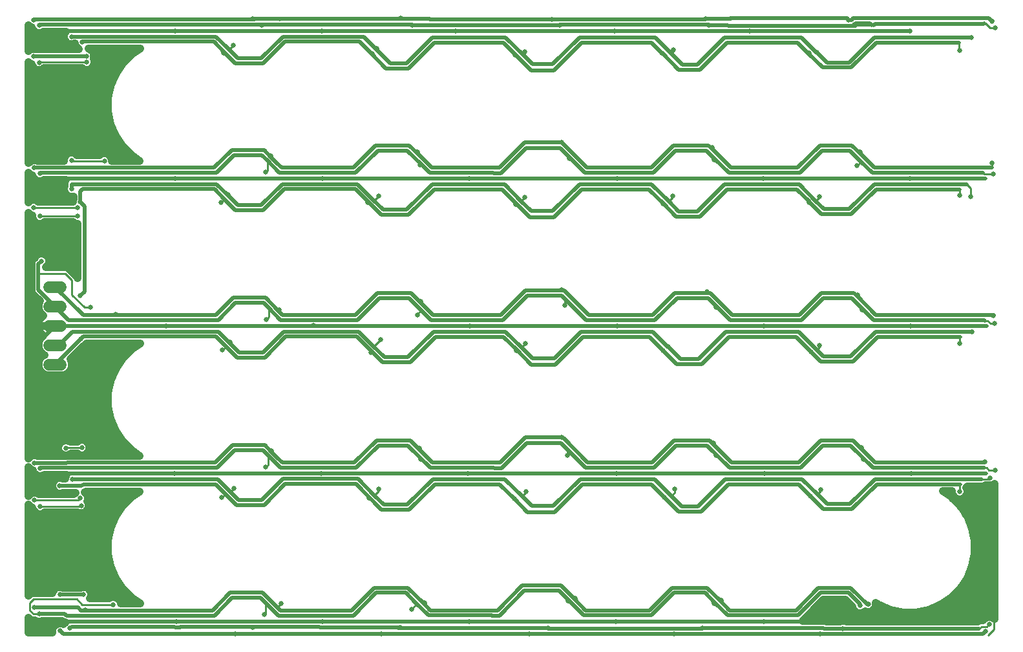
<source format=gbl>
G75*
%MOIN*%
%OFA0B0*%
%FSLAX25Y25*%
%IPPOS*%
%LPD*%
%AMOC8*
5,1,8,0,0,1.08239X$1,22.5*
%
%ADD10C,0.06000*%
%ADD11C,0.04000*%
%ADD12C,0.02000*%
%ADD13C,0.01000*%
%ADD14C,0.02578*%
%ADD15C,0.00700*%
D10*
X0016929Y0151535D02*
X0022929Y0151535D01*
X0022929Y0161535D02*
X0016929Y0161535D01*
X0016929Y0171535D02*
X0022929Y0171535D01*
X0022929Y0181535D02*
X0016929Y0181535D01*
X0016929Y0191535D02*
X0022929Y0191535D01*
D11*
X0006039Y0021198D02*
X0006039Y0013511D01*
X0018599Y0013511D01*
X0018599Y0015025D01*
X0019191Y0016454D01*
X0020285Y0017548D01*
X0021715Y0018140D01*
X0023262Y0018140D01*
X0024244Y0017733D01*
X0024268Y0017791D01*
X0025043Y0018566D01*
X0025038Y0018566D01*
X0023715Y0019114D01*
X0023320Y0019509D01*
X0013133Y0019509D01*
X0012435Y0019220D01*
X0010888Y0019220D01*
X0009458Y0019813D01*
X0009458Y0019813D01*
X0008092Y0019813D01*
X0006953Y0020285D01*
X0006081Y0021157D01*
X0006039Y0021198D01*
X0006039Y0018508D02*
X0024985Y0018508D01*
X0018599Y0014510D02*
X0006039Y0014510D01*
X0006039Y0032305D02*
X0006039Y0079334D01*
X0007096Y0078277D01*
X0008299Y0077779D01*
X0008299Y0077651D01*
X0008891Y0076221D01*
X0009985Y0075127D01*
X0011415Y0074535D01*
X0012962Y0074535D01*
X0014391Y0075127D01*
X0014588Y0075324D01*
X0031587Y0075324D01*
X0032541Y0074929D01*
X0034089Y0074929D01*
X0035518Y0075521D01*
X0036612Y0076615D01*
X0037204Y0078045D01*
X0037204Y0079592D01*
X0036612Y0081021D01*
X0036528Y0081104D01*
X0036810Y0081785D01*
X0036810Y0083332D01*
X0036218Y0084761D01*
X0035180Y0085800D01*
X0035669Y0086002D01*
X0035827Y0086160D01*
X0063497Y0086160D01*
X0059354Y0083392D01*
X0054686Y0078724D01*
X0051019Y0073235D01*
X0048493Y0067136D01*
X0047205Y0060662D01*
X0047205Y0054061D01*
X0048493Y0047586D01*
X0051019Y0041488D01*
X0054686Y0035999D01*
X0059354Y0031331D01*
X0063791Y0028366D01*
X0053739Y0028366D01*
X0053739Y0028607D01*
X0053147Y0030037D01*
X0052053Y0031131D01*
X0050624Y0031723D01*
X0049077Y0031723D01*
X0047647Y0031131D01*
X0047451Y0030934D01*
X0037870Y0030934D01*
X0038385Y0032178D01*
X0038385Y0033726D01*
X0037793Y0035155D01*
X0036699Y0036249D01*
X0035270Y0036841D01*
X0033722Y0036841D01*
X0033025Y0036552D01*
X0023959Y0036552D01*
X0023262Y0036841D01*
X0021715Y0036841D01*
X0020285Y0036249D01*
X0019191Y0035155D01*
X0018599Y0033726D01*
X0018599Y0033690D01*
X0008092Y0033690D01*
X0006953Y0033218D01*
X0006039Y0032305D01*
X0006039Y0034502D02*
X0018921Y0034502D01*
X0006039Y0038501D02*
X0053015Y0038501D01*
X0050600Y0042499D02*
X0006039Y0042499D01*
X0006039Y0046498D02*
X0048944Y0046498D01*
X0047914Y0050496D02*
X0006039Y0050496D01*
X0006039Y0054495D02*
X0047205Y0054495D01*
X0047205Y0058493D02*
X0006039Y0058493D01*
X0006039Y0062492D02*
X0047569Y0062492D01*
X0048364Y0066490D02*
X0006039Y0066490D01*
X0006039Y0070489D02*
X0049881Y0070489D01*
X0051855Y0074487D02*
X0006039Y0074487D01*
X0006039Y0078486D02*
X0006888Y0078486D01*
X0006039Y0083814D02*
X0006039Y0098625D01*
X0007096Y0097568D01*
X0008366Y0097043D01*
X0008891Y0095773D01*
X0009985Y0094679D01*
X0011415Y0094087D01*
X0012962Y0094087D01*
X0014357Y0094665D01*
X0025749Y0094665D01*
X0025646Y0094563D01*
X0025054Y0093133D01*
X0025054Y0092654D01*
X0023763Y0092654D01*
X0023065Y0092943D01*
X0021518Y0092943D01*
X0020088Y0092351D01*
X0018994Y0091257D01*
X0018402Y0089828D01*
X0018402Y0088281D01*
X0018994Y0086851D01*
X0020088Y0085757D01*
X0021518Y0085165D01*
X0023065Y0085165D01*
X0023763Y0085454D01*
X0030318Y0085454D01*
X0029624Y0084761D01*
X0029588Y0084674D01*
X0011699Y0084674D01*
X0011502Y0084871D01*
X0010073Y0085463D01*
X0008526Y0085463D01*
X0007096Y0084871D01*
X0006039Y0083814D01*
X0006039Y0086483D02*
X0019363Y0086483D01*
X0018673Y0090481D02*
X0006039Y0090481D01*
X0006039Y0094480D02*
X0010467Y0094480D01*
X0013909Y0094480D02*
X0025612Y0094480D01*
X0025142Y0104465D02*
X0010770Y0104465D01*
X0010073Y0104754D01*
X0008526Y0104754D01*
X0007096Y0104162D01*
X0006039Y0103105D01*
X0006039Y0229718D01*
X0006692Y0229065D01*
X0008122Y0228472D01*
X0008184Y0228472D01*
X0008184Y0227257D01*
X0008776Y0225828D01*
X0009870Y0224734D01*
X0011300Y0224142D01*
X0012847Y0224142D01*
X0014276Y0224734D01*
X0014473Y0224931D01*
X0029143Y0224931D01*
X0029340Y0224734D01*
X0030770Y0224142D01*
X0031487Y0224142D01*
X0031487Y0196069D01*
X0031219Y0196716D01*
X0026803Y0201131D01*
X0025664Y0201603D01*
X0015143Y0201603D01*
X0016139Y0202599D01*
X0016731Y0204029D01*
X0016731Y0205576D01*
X0016139Y0207005D01*
X0015045Y0208099D01*
X0013616Y0208691D01*
X0012069Y0208691D01*
X0010640Y0208099D01*
X0009546Y0207005D01*
X0009257Y0206308D01*
X0009228Y0206279D01*
X0008216Y0205267D01*
X0007668Y0203944D01*
X0007668Y0189480D01*
X0008216Y0188157D01*
X0009228Y0187144D01*
X0012031Y0184342D01*
X0011329Y0182649D01*
X0011329Y0180421D01*
X0012182Y0178362D01*
X0013757Y0176787D01*
X0013903Y0176727D01*
X0013784Y0176666D01*
X0013020Y0176111D01*
X0012353Y0175443D01*
X0011797Y0174679D01*
X0011369Y0173838D01*
X0011077Y0172940D01*
X0010929Y0172007D01*
X0010929Y0171535D01*
X0019929Y0171535D01*
X0019929Y0171535D01*
X0010929Y0171535D01*
X0010929Y0171062D01*
X0011077Y0170130D01*
X0011369Y0169231D01*
X0011797Y0168390D01*
X0012353Y0167626D01*
X0013020Y0166958D01*
X0013784Y0166403D01*
X0013903Y0166343D01*
X0013757Y0166282D01*
X0012182Y0164707D01*
X0011329Y0162649D01*
X0011329Y0160421D01*
X0012182Y0158363D01*
X0013757Y0156787D01*
X0014367Y0156535D01*
X0013757Y0156282D01*
X0012182Y0154707D01*
X0011329Y0152649D01*
X0011329Y0150421D01*
X0012182Y0148363D01*
X0013757Y0146787D01*
X0015815Y0145935D01*
X0024043Y0145935D01*
X0026101Y0146787D01*
X0027677Y0148363D01*
X0028529Y0150421D01*
X0028529Y0152649D01*
X0027828Y0154342D01*
X0034486Y0161000D01*
X0035183Y0161289D01*
X0036235Y0162341D01*
X0063791Y0162341D01*
X0059354Y0159376D01*
X0054686Y0154708D01*
X0051019Y0149219D01*
X0048493Y0143121D01*
X0047205Y0136646D01*
X0047205Y0130045D01*
X0048493Y0123571D01*
X0051019Y0117472D01*
X0054686Y0111983D01*
X0059354Y0107315D01*
X0063497Y0104547D01*
X0025339Y0104547D01*
X0025142Y0104465D01*
X0024731Y0104654D02*
X0026278Y0104654D01*
X0027708Y0105246D01*
X0028101Y0105639D01*
X0031309Y0105639D01*
X0031506Y0105442D01*
X0032935Y0104850D01*
X0034482Y0104850D01*
X0035912Y0105442D01*
X0037006Y0106536D01*
X0037598Y0107966D01*
X0037598Y0109513D01*
X0037006Y0110942D01*
X0035912Y0112036D01*
X0034482Y0112628D01*
X0032935Y0112628D01*
X0031506Y0112036D01*
X0031309Y0111839D01*
X0027708Y0111839D01*
X0027708Y0111839D01*
X0026278Y0112431D01*
X0024731Y0112431D01*
X0023302Y0111839D01*
X0022208Y0110745D01*
X0021616Y0109316D01*
X0021616Y0107769D01*
X0022208Y0106340D01*
X0023302Y0105246D01*
X0024731Y0104654D01*
X0022152Y0106475D02*
X0006039Y0106475D01*
X0006039Y0110474D02*
X0022095Y0110474D01*
X0037200Y0110474D02*
X0056196Y0110474D01*
X0053023Y0114472D02*
X0006039Y0114472D01*
X0006039Y0118471D02*
X0050605Y0118471D01*
X0048949Y0122469D02*
X0006039Y0122469D01*
X0006039Y0126468D02*
X0047916Y0126468D01*
X0047205Y0130466D02*
X0006039Y0130466D01*
X0006039Y0134465D02*
X0047205Y0134465D01*
X0047566Y0138463D02*
X0006039Y0138463D01*
X0006039Y0142462D02*
X0048362Y0142462D01*
X0049876Y0146460D02*
X0025312Y0146460D01*
X0028529Y0150459D02*
X0051847Y0150459D01*
X0054519Y0154457D02*
X0027943Y0154457D01*
X0031942Y0158456D02*
X0058434Y0158456D01*
X0013716Y0166453D02*
X0006039Y0166453D01*
X0006039Y0170451D02*
X0011026Y0170451D01*
X0011681Y0174450D02*
X0006039Y0174450D01*
X0006039Y0178448D02*
X0012146Y0178448D01*
X0011329Y0182447D02*
X0006039Y0182447D01*
X0006039Y0186446D02*
X0009927Y0186446D01*
X0007668Y0190444D02*
X0006039Y0190444D01*
X0006039Y0194443D02*
X0007668Y0194443D01*
X0007668Y0198441D02*
X0006039Y0198441D01*
X0006039Y0202440D02*
X0007668Y0202440D01*
X0006039Y0206438D02*
X0009311Y0206438D01*
X0006039Y0210437D02*
X0031487Y0210437D01*
X0031487Y0214435D02*
X0006039Y0214435D01*
X0006039Y0218434D02*
X0031487Y0218434D01*
X0031487Y0222432D02*
X0006039Y0222432D01*
X0006039Y0226431D02*
X0008527Y0226431D01*
X0006039Y0235005D02*
X0006039Y0250412D01*
X0006866Y0249585D01*
X0008189Y0249037D01*
X0008274Y0249037D01*
X0008776Y0247824D01*
X0009870Y0246730D01*
X0011300Y0246138D01*
X0012847Y0246138D01*
X0014242Y0246716D01*
X0025452Y0246716D01*
X0025301Y0246564D01*
X0024753Y0245241D01*
X0024753Y0243809D01*
X0024794Y0243710D01*
X0024794Y0243478D01*
X0024505Y0242781D01*
X0024505Y0241234D01*
X0025097Y0239804D01*
X0026191Y0238710D01*
X0027620Y0238118D01*
X0029167Y0238118D01*
X0029321Y0238182D01*
X0029321Y0236785D01*
X0029032Y0236088D01*
X0029032Y0235547D01*
X0028947Y0235461D01*
X0011295Y0235461D01*
X0011098Y0235658D01*
X0009669Y0236250D01*
X0008122Y0236250D01*
X0006692Y0235658D01*
X0006039Y0235005D01*
X0006039Y0238426D02*
X0026876Y0238426D01*
X0024505Y0242425D02*
X0006039Y0242425D01*
X0006039Y0246423D02*
X0010611Y0246423D01*
X0013536Y0246423D02*
X0025242Y0246423D01*
X0024505Y0256516D02*
X0010655Y0256516D01*
X0009958Y0256805D01*
X0008411Y0256805D01*
X0006981Y0256213D01*
X0006039Y0255271D01*
X0006039Y0307484D01*
X0006506Y0307017D01*
X0007772Y0306493D01*
X0007772Y0306391D01*
X0008365Y0304962D01*
X0009458Y0303868D01*
X0010888Y0303276D01*
X0012435Y0303276D01*
X0013864Y0303868D01*
X0014230Y0304233D01*
X0033868Y0304233D01*
X0034065Y0304036D01*
X0035494Y0303444D01*
X0037041Y0303444D01*
X0038471Y0304036D01*
X0039565Y0305130D01*
X0040157Y0306559D01*
X0040157Y0308107D01*
X0039720Y0309160D01*
X0039960Y0309737D01*
X0039960Y0311285D01*
X0039368Y0312714D01*
X0038274Y0313808D01*
X0037063Y0314309D01*
X0063791Y0314309D01*
X0059354Y0311344D01*
X0054686Y0306677D01*
X0051019Y0301188D01*
X0048493Y0295089D01*
X0047205Y0288615D01*
X0047205Y0282014D01*
X0048493Y0275539D01*
X0051019Y0269440D01*
X0054686Y0263952D01*
X0059354Y0259284D01*
X0063497Y0256516D01*
X0049212Y0256516D01*
X0049212Y0257151D01*
X0048620Y0258580D01*
X0047526Y0259674D01*
X0046096Y0260266D01*
X0044549Y0260266D01*
X0043120Y0259674D01*
X0042923Y0259477D01*
X0031187Y0259477D01*
X0030597Y0260068D01*
X0029167Y0260660D01*
X0027620Y0260660D01*
X0026191Y0260068D01*
X0025097Y0258974D01*
X0024505Y0257544D01*
X0024505Y0256516D01*
X0024867Y0258419D02*
X0006039Y0258419D01*
X0006039Y0262417D02*
X0056221Y0262417D01*
X0053040Y0266416D02*
X0006039Y0266416D01*
X0006039Y0270414D02*
X0050615Y0270414D01*
X0048959Y0274413D02*
X0006039Y0274413D01*
X0006039Y0278411D02*
X0047921Y0278411D01*
X0047205Y0282410D02*
X0006039Y0282410D01*
X0006039Y0286408D02*
X0047205Y0286408D01*
X0047561Y0290407D02*
X0006039Y0290407D01*
X0006039Y0294405D02*
X0048357Y0294405D01*
X0049866Y0298404D02*
X0006039Y0298404D01*
X0006039Y0302402D02*
X0051830Y0302402D01*
X0054502Y0306401D02*
X0040091Y0306401D01*
X0039960Y0310399D02*
X0058409Y0310399D01*
X0032252Y0314111D02*
X0009705Y0314111D01*
X0009482Y0314203D01*
X0007935Y0314203D01*
X0006506Y0313611D01*
X0006039Y0313145D01*
X0006039Y0326381D01*
X0006506Y0325915D01*
X0007820Y0325370D01*
X0008365Y0324056D01*
X0009458Y0322962D01*
X0010888Y0322370D01*
X0012435Y0322370D01*
X0013864Y0322962D01*
X0013996Y0323094D01*
X0025437Y0323094D01*
X0025056Y0322712D01*
X0024464Y0321283D01*
X0024464Y0319736D01*
X0025056Y0318307D01*
X0026150Y0317213D01*
X0027579Y0316620D01*
X0029126Y0316620D01*
X0029824Y0316909D01*
X0030053Y0316909D01*
X0030053Y0316847D01*
X0030645Y0315418D01*
X0031739Y0314324D01*
X0032252Y0314111D01*
X0031664Y0314398D02*
X0006039Y0314398D01*
X0006039Y0318396D02*
X0025019Y0318396D01*
X0024924Y0322395D02*
X0012495Y0322395D01*
X0010828Y0322395D02*
X0006039Y0322395D01*
X0006039Y0306401D02*
X0007772Y0306401D01*
X0048687Y0258419D02*
X0060649Y0258419D01*
X0031487Y0206438D02*
X0016374Y0206438D01*
X0015980Y0202440D02*
X0031487Y0202440D01*
X0031487Y0198441D02*
X0029493Y0198441D01*
X0011329Y0162454D02*
X0006039Y0162454D01*
X0006039Y0158456D02*
X0012143Y0158456D01*
X0012078Y0154457D02*
X0006039Y0154457D01*
X0006039Y0150459D02*
X0011329Y0150459D01*
X0014546Y0146460D02*
X0006039Y0146460D01*
X0036944Y0106475D02*
X0060611Y0106475D01*
X0058446Y0082484D02*
X0036810Y0082484D01*
X0037204Y0078486D02*
X0054527Y0078486D01*
X0006186Y0098478D02*
X0006039Y0098478D01*
X0038063Y0034502D02*
X0056183Y0034502D01*
X0052680Y0030504D02*
X0060592Y0030504D01*
X0405329Y0019426D02*
X0416198Y0030295D01*
X0427597Y0030295D01*
X0431179Y0026714D01*
X0431179Y0026451D01*
X0431771Y0025021D01*
X0432865Y0023928D01*
X0434294Y0023335D01*
X0435841Y0023335D01*
X0437271Y0023928D01*
X0437652Y0024309D01*
X0438308Y0024037D01*
X0439740Y0024037D01*
X0439877Y0024094D01*
X0440143Y0024094D01*
X0441572Y0024686D01*
X0442666Y0025780D01*
X0443258Y0027209D01*
X0443258Y0028670D01*
X0444764Y0027664D01*
X0450863Y0025137D01*
X0457337Y0023850D01*
X0463938Y0023850D01*
X0470413Y0025137D01*
X0476512Y0027664D01*
X0482000Y0031331D01*
X0486668Y0035999D01*
X0490336Y0041488D01*
X0492862Y0047586D01*
X0494150Y0054061D01*
X0494150Y0060662D01*
X0492862Y0067136D01*
X0490336Y0073235D01*
X0486668Y0078724D01*
X0482000Y0083392D01*
X0477688Y0086273D01*
X0482576Y0086273D01*
X0482576Y0085328D01*
X0483168Y0083899D01*
X0484262Y0082805D01*
X0485691Y0082213D01*
X0487238Y0082213D01*
X0488667Y0082805D01*
X0489761Y0083899D01*
X0490354Y0085328D01*
X0490354Y0086875D01*
X0489933Y0087890D01*
X0490341Y0088873D01*
X0498598Y0088873D01*
X0499805Y0089373D01*
X0501091Y0089373D01*
X0501416Y0089239D01*
X0502963Y0089239D01*
X0504393Y0089831D01*
X0504488Y0089926D01*
X0504488Y0020428D01*
X0504041Y0020876D01*
X0502611Y0021468D01*
X0501064Y0021468D01*
X0499635Y0020876D01*
X0498541Y0019782D01*
X0498458Y0019582D01*
X0497073Y0019582D01*
X0495934Y0019110D01*
X0495720Y0018896D01*
X0428175Y0018896D01*
X0427002Y0019382D01*
X0425455Y0019382D01*
X0424757Y0019093D01*
X0417808Y0019093D01*
X0417003Y0019426D01*
X0405329Y0019426D01*
X0408409Y0022507D02*
X0504488Y0022507D01*
X0504488Y0026505D02*
X0473715Y0026505D01*
X0480762Y0030504D02*
X0504488Y0030504D01*
X0504488Y0034502D02*
X0485171Y0034502D01*
X0488340Y0038501D02*
X0504488Y0038501D01*
X0504488Y0042499D02*
X0490755Y0042499D01*
X0492411Y0046498D02*
X0504488Y0046498D01*
X0504488Y0050496D02*
X0493441Y0050496D01*
X0494150Y0054495D02*
X0504488Y0054495D01*
X0504488Y0058493D02*
X0494150Y0058493D01*
X0493786Y0062492D02*
X0504488Y0062492D01*
X0504488Y0066490D02*
X0492990Y0066490D01*
X0491473Y0070489D02*
X0504488Y0070489D01*
X0504488Y0074487D02*
X0489499Y0074487D01*
X0486827Y0078486D02*
X0504488Y0078486D01*
X0504488Y0082484D02*
X0487894Y0082484D01*
X0485035Y0082484D02*
X0482908Y0082484D01*
X0490354Y0086483D02*
X0504488Y0086483D01*
X0447561Y0026505D02*
X0442967Y0026505D01*
X0431179Y0026505D02*
X0412408Y0026505D01*
D12*
X0414707Y0033895D02*
X0429088Y0033895D01*
X0435068Y0027916D01*
X0439024Y0027637D02*
X0430165Y0036495D01*
X0413630Y0036495D01*
X0401984Y0024850D01*
X0367795Y0024850D01*
X0363039Y0029606D01*
X0356150Y0036495D01*
X0338039Y0036495D01*
X0326394Y0024850D01*
X0293628Y0024850D01*
X0287767Y0030711D01*
X0280801Y0037676D01*
X0260874Y0037676D01*
X0248047Y0024850D01*
X0213465Y0024850D01*
X0210087Y0028228D01*
X0201819Y0036495D01*
X0184496Y0036495D01*
X0172767Y0024766D01*
X0136123Y0024766D01*
X0133972Y0026916D01*
X0133382Y0027507D01*
X0126912Y0033977D01*
X0110191Y0033977D01*
X0100980Y0024766D01*
X0035480Y0024766D01*
X0033154Y0024766D01*
X0031661Y0026259D01*
X0009299Y0026259D01*
X0011661Y0023109D02*
X0024811Y0023109D01*
X0025754Y0022166D01*
X0102057Y0022166D01*
X0111268Y0031377D01*
X0125835Y0031377D01*
X0128591Y0028621D01*
X0135046Y0022166D01*
X0173844Y0022166D01*
X0185573Y0033895D01*
X0200742Y0033895D01*
X0205886Y0028751D01*
X0212388Y0022250D01*
X0245198Y0022250D01*
X0245282Y0022166D01*
X0249041Y0022166D01*
X0261951Y0035076D01*
X0279724Y0035076D01*
X0284747Y0030053D01*
X0292551Y0022250D01*
X0327471Y0022250D01*
X0339116Y0033895D01*
X0355073Y0033895D01*
X0360217Y0028751D01*
X0366718Y0022250D01*
X0403061Y0022250D01*
X0414707Y0033895D01*
X0416287Y0015826D02*
X0353787Y0015826D01*
X0353454Y0015493D01*
X0274457Y0015493D01*
X0274260Y0015690D01*
X0198079Y0015690D01*
X0197685Y0016083D01*
X0197494Y0016083D01*
X0196999Y0015588D01*
X0196501Y0016087D01*
X0156528Y0016087D01*
X0156239Y0016376D01*
X0121898Y0016376D01*
X0084604Y0016376D01*
X0084315Y0016087D01*
X0081921Y0016087D01*
X0081632Y0016376D01*
X0028353Y0016376D01*
X0027565Y0015588D01*
X0024145Y0012594D02*
X0113236Y0012594D01*
X0188154Y0012594D01*
X0188236Y0012676D01*
X0188312Y0012601D01*
X0264539Y0012601D01*
X0264614Y0012676D01*
X0264690Y0012601D01*
X0339145Y0012601D01*
X0339220Y0012676D01*
X0339281Y0012737D01*
X0414478Y0012737D01*
X0414614Y0012873D01*
X0414887Y0012601D01*
X0498397Y0012601D01*
X0499850Y0014054D01*
X0496504Y0015296D02*
X0426425Y0015296D01*
X0426228Y0015493D01*
X0416620Y0015493D01*
X0416287Y0015826D01*
X0385480Y0018976D02*
X0461661Y0018976D01*
X0499260Y0018976D01*
X0430953Y0077046D02*
X0415992Y0077046D01*
X0409102Y0083936D01*
X0409201Y0084035D02*
X0403362Y0089873D01*
X0367008Y0089873D01*
X0353000Y0075865D01*
X0341386Y0075865D01*
X0334201Y0083050D01*
X0327378Y0089873D01*
X0291811Y0089873D01*
X0277409Y0075472D01*
X0263630Y0075472D01*
X0256740Y0082361D01*
X0249228Y0089873D01*
X0215827Y0089873D01*
X0202606Y0076653D01*
X0188433Y0076653D01*
X0187941Y0077145D01*
X0175129Y0089957D01*
X0138485Y0089957D01*
X0127699Y0079171D01*
X0113340Y0079171D01*
X0107658Y0084854D01*
X0102751Y0089760D01*
X0034335Y0089760D01*
X0033630Y0089054D01*
X0022291Y0089054D01*
X0028943Y0092360D02*
X0103828Y0092360D01*
X0109102Y0087086D01*
X0110087Y0086102D01*
X0114417Y0081771D01*
X0126622Y0081771D01*
X0137408Y0092557D01*
X0176206Y0092557D01*
X0184563Y0084200D01*
X0189510Y0079253D01*
X0201529Y0079253D01*
X0214750Y0092473D01*
X0251880Y0092473D01*
X0260744Y0083609D01*
X0265665Y0078688D01*
X0276949Y0078688D01*
X0290734Y0092473D01*
X0329045Y0092473D01*
X0337713Y0083806D01*
X0343053Y0078465D01*
X0351529Y0078465D01*
X0365537Y0092473D01*
X0405227Y0092473D01*
X0413106Y0084594D01*
X0418053Y0079646D01*
X0429876Y0079646D01*
X0442703Y0092473D01*
X0497882Y0092473D01*
X0500244Y0095550D02*
X0461465Y0095550D01*
X0385677Y0095550D01*
X0309496Y0095550D01*
X0232724Y0095550D01*
X0158315Y0095550D01*
X0081346Y0095550D01*
X0016166Y0095550D01*
X0015992Y0095376D01*
X0012477Y0098265D02*
X0027050Y0098265D01*
X0027132Y0098347D01*
X0103435Y0098347D01*
X0112449Y0107361D01*
X0127016Y0107361D01*
X0129772Y0104606D01*
X0136030Y0098347D01*
X0175222Y0098347D01*
X0186754Y0109880D01*
X0201923Y0109880D01*
X0213372Y0098431D01*
X0246183Y0098431D01*
X0246463Y0098150D01*
X0250222Y0098150D01*
X0263132Y0111061D01*
X0280905Y0111061D01*
X0284747Y0107219D01*
X0293535Y0098431D01*
X0328849Y0098431D01*
X0340297Y0109880D01*
X0356254Y0109880D01*
X0367703Y0098431D01*
X0404439Y0098431D01*
X0415888Y0109880D01*
X0430269Y0109880D01*
X0441718Y0098431D01*
X0498866Y0098431D01*
X0499063Y0098234D01*
X0499457Y0101031D02*
X0442795Y0101031D01*
X0435480Y0108346D01*
X0431346Y0112480D01*
X0414811Y0112480D01*
X0403362Y0101031D01*
X0368780Y0101031D01*
X0359102Y0110708D01*
X0357331Y0112480D01*
X0339220Y0112480D01*
X0327772Y0101031D01*
X0294612Y0101031D01*
X0281982Y0113661D01*
X0281195Y0114150D02*
X0262544Y0114150D01*
X0249425Y0101031D01*
X0214449Y0101031D01*
X0207331Y0108149D01*
X0203000Y0112480D01*
X0185677Y0112480D01*
X0174145Y0100947D01*
X0137107Y0100947D01*
X0134563Y0103491D01*
X0131216Y0106838D01*
X0128093Y0109961D01*
X0111372Y0109961D01*
X0102358Y0100947D01*
X0026055Y0100947D01*
X0025973Y0100865D01*
X0009299Y0100865D01*
X0012188Y0097976D02*
X0012477Y0098265D01*
X0015205Y0104015D02*
X0011661Y0107558D01*
X0011661Y0132755D01*
X0011661Y0163267D01*
X0019929Y0171535D01*
X0014220Y0171535D01*
X0007331Y0178424D01*
X0007331Y0205590D01*
X0010087Y0208346D01*
X0016976Y0208346D01*
X0017567Y0208936D01*
X0031543Y0208936D01*
X0012843Y0204802D02*
X0011268Y0203228D01*
X0011268Y0198503D01*
X0011268Y0190196D01*
X0019929Y0181535D01*
X0026935Y0174528D01*
X0104025Y0174528D01*
X0112843Y0183346D01*
X0127409Y0183346D01*
X0130165Y0180590D01*
X0136227Y0174528D01*
X0175812Y0174528D01*
X0187148Y0185864D01*
X0202317Y0185864D01*
X0208642Y0179539D01*
X0213766Y0174415D01*
X0250896Y0174415D01*
X0263526Y0187045D01*
X0281299Y0187045D01*
X0283566Y0184778D01*
X0293929Y0174415D01*
X0329242Y0174415D01*
X0340691Y0185864D01*
X0356647Y0185864D01*
X0361004Y0181507D01*
X0368096Y0174415D01*
X0404833Y0174415D01*
X0416282Y0185864D01*
X0430663Y0185864D01*
X0436595Y0179932D01*
X0442112Y0174415D01*
X0499260Y0174415D01*
X0499457Y0174218D01*
X0500638Y0171535D02*
X0461071Y0171535D01*
X0385480Y0171535D01*
X0309693Y0171535D01*
X0233709Y0171535D01*
X0153197Y0171535D01*
X0076622Y0171535D01*
X0019929Y0171535D01*
X0028746Y0168541D02*
X0104025Y0168541D01*
X0109496Y0163070D01*
X0114811Y0157755D01*
X0127016Y0157755D01*
X0137802Y0168541D01*
X0176600Y0168541D01*
X0183972Y0161168D01*
X0189904Y0155237D01*
X0201923Y0155237D01*
X0215144Y0168457D01*
X0252274Y0168457D01*
X0260350Y0160381D01*
X0266059Y0154672D01*
X0277343Y0154672D01*
X0291128Y0168457D01*
X0328061Y0168457D01*
X0335851Y0160668D01*
X0336149Y0160668D01*
X0336245Y0160668D01*
X0342463Y0154450D01*
X0351923Y0154450D01*
X0365931Y0168457D01*
X0403455Y0168457D01*
X0412712Y0159200D01*
X0416282Y0155631D01*
X0430269Y0155631D01*
X0443096Y0168457D01*
X0492764Y0168457D01*
X0486858Y0165857D02*
X0444173Y0165857D01*
X0431346Y0153031D01*
X0414811Y0153031D01*
X0409791Y0158050D01*
X0401984Y0165857D01*
X0367402Y0165857D01*
X0353394Y0151850D01*
X0340598Y0151850D01*
X0326591Y0165857D01*
X0292205Y0165857D01*
X0277803Y0151456D01*
X0265598Y0151456D01*
X0258020Y0159035D01*
X0251197Y0165857D01*
X0216220Y0165857D01*
X0203000Y0152637D01*
X0188827Y0152637D01*
X0175523Y0165941D01*
X0138879Y0165941D01*
X0128093Y0155155D01*
X0113734Y0155155D01*
X0108051Y0160838D01*
X0102948Y0165941D01*
X0034335Y0165941D01*
X0032980Y0164586D01*
X0019929Y0151535D01*
X0019929Y0161535D02*
X0021740Y0161535D01*
X0028746Y0168541D01*
X0034335Y0177128D02*
X0051228Y0177128D01*
X0051228Y0177417D01*
X0051228Y0177128D02*
X0102948Y0177128D01*
X0111766Y0185946D01*
X0128486Y0185946D01*
X0134957Y0179475D01*
X0137304Y0177128D01*
X0174735Y0177128D01*
X0186071Y0188464D01*
X0203394Y0188464D01*
X0208118Y0183739D01*
X0214843Y0177015D01*
X0249819Y0177015D01*
X0262449Y0189645D01*
X0282376Y0189645D01*
X0295006Y0177015D01*
X0328165Y0177015D01*
X0339614Y0188464D01*
X0356150Y0188464D01*
X0357724Y0188464D01*
X0369173Y0177015D01*
X0403756Y0177015D01*
X0415205Y0188464D01*
X0431740Y0188464D01*
X0433315Y0186889D01*
X0443189Y0177015D01*
X0503756Y0177015D01*
X0503953Y0176818D01*
X0504181Y0177046D01*
X0443386Y0241842D02*
X0430559Y0229015D01*
X0415205Y0229015D01*
X0409102Y0235117D01*
X0408906Y0235314D01*
X0409004Y0235413D02*
X0402575Y0241842D01*
X0366614Y0241842D01*
X0352606Y0227834D01*
X0340205Y0227834D01*
X0333709Y0234330D01*
X0326197Y0241842D01*
X0291417Y0241842D01*
X0277016Y0227440D01*
X0264811Y0227440D01*
X0257823Y0234428D01*
X0250409Y0241842D01*
X0215433Y0241842D01*
X0202213Y0228621D01*
X0188039Y0228621D01*
X0181346Y0235314D01*
X0174735Y0241925D01*
X0138091Y0241925D01*
X0127305Y0231139D01*
X0112947Y0231139D01*
X0107264Y0236822D01*
X0102161Y0241925D01*
X0034139Y0241925D01*
X0032921Y0240708D01*
X0032921Y0235314D01*
X0035087Y0233149D01*
X0035087Y0189054D01*
X0032921Y0186889D01*
X0034335Y0177128D02*
X0019929Y0191535D01*
X0028394Y0242007D02*
X0028394Y0244484D01*
X0028353Y0244525D01*
X0103238Y0244525D01*
X0108709Y0239054D01*
X0114024Y0233739D01*
X0126228Y0233739D01*
X0137014Y0244525D01*
X0175812Y0244525D01*
X0183972Y0236365D01*
X0189116Y0231221D01*
X0201136Y0231221D01*
X0214356Y0244442D01*
X0251683Y0244442D01*
X0260252Y0235873D01*
X0265468Y0230657D01*
X0276555Y0230657D01*
X0290340Y0244442D01*
X0327471Y0244442D01*
X0336335Y0235578D01*
X0341479Y0230434D01*
X0351136Y0230434D01*
X0365144Y0244442D01*
X0403652Y0244442D01*
X0412220Y0235873D01*
X0416479Y0231615D01*
X0429482Y0231615D01*
X0442309Y0244442D01*
X0490008Y0244442D01*
X0486465Y0241842D02*
X0443386Y0241842D01*
X0441325Y0250399D02*
X0498472Y0250399D01*
X0499850Y0247519D02*
X0460874Y0247519D01*
X0385087Y0247519D01*
X0309890Y0247519D01*
X0233315Y0247519D01*
X0157724Y0247519D01*
X0081740Y0247519D01*
X0019142Y0247519D01*
X0019050Y0247427D01*
X0015598Y0247427D01*
X0012362Y0250316D02*
X0012073Y0250027D01*
X0012362Y0250316D02*
X0103041Y0250316D01*
X0112055Y0259330D01*
X0126622Y0259330D01*
X0129378Y0256574D01*
X0135636Y0250316D01*
X0174828Y0250316D01*
X0186360Y0261848D01*
X0201529Y0261848D01*
X0208642Y0254736D01*
X0212978Y0250399D01*
X0245789Y0250399D01*
X0246069Y0250119D01*
X0249828Y0250119D01*
X0262738Y0263029D01*
X0280511Y0263029D01*
X0285338Y0258203D01*
X0293141Y0250399D01*
X0328455Y0250399D01*
X0339904Y0261848D01*
X0355860Y0261848D01*
X0360217Y0257491D01*
X0367309Y0250399D01*
X0404045Y0250399D01*
X0415494Y0261848D01*
X0429876Y0261848D01*
X0435610Y0256113D01*
X0441325Y0250399D01*
X0442402Y0252999D02*
X0503165Y0252999D01*
X0442402Y0252999D02*
X0434693Y0260708D01*
X0430953Y0264448D01*
X0414417Y0264448D01*
X0402969Y0252999D01*
X0368386Y0252999D01*
X0358315Y0263070D01*
X0356937Y0264448D01*
X0338827Y0264448D01*
X0327378Y0252999D01*
X0294218Y0252999D01*
X0281588Y0265629D01*
X0281195Y0266118D02*
X0262150Y0266118D01*
X0249031Y0252999D01*
X0214055Y0252999D01*
X0206346Y0260708D01*
X0202606Y0264448D01*
X0185283Y0264448D01*
X0173751Y0252916D01*
X0136713Y0252916D01*
X0134169Y0255460D01*
X0130823Y0258806D01*
X0127699Y0261930D01*
X0110978Y0261930D01*
X0101964Y0252916D01*
X0009184Y0252916D01*
X0008906Y0252637D01*
X0008709Y0310314D02*
X0008906Y0310511D01*
X0036071Y0310511D01*
X0033942Y0317620D02*
X0033942Y0317909D01*
X0101767Y0317909D01*
X0107264Y0312413D01*
X0112947Y0306730D01*
X0127305Y0306730D01*
X0138485Y0317909D01*
X0176901Y0317909D01*
X0183217Y0311594D01*
X0190598Y0304212D01*
X0202213Y0304212D01*
X0215433Y0317432D01*
X0251197Y0317432D01*
X0256937Y0311692D01*
X0256839Y0311594D02*
X0265402Y0303031D01*
X0277016Y0303031D01*
X0291417Y0317432D01*
X0327378Y0317432D01*
X0332921Y0311889D01*
X0333020Y0311791D01*
X0333118Y0311889D02*
X0341583Y0303424D01*
X0352606Y0303424D01*
X0366614Y0317432D01*
X0402969Y0317432D01*
X0408610Y0311791D01*
X0415795Y0304606D01*
X0430559Y0304606D01*
X0443386Y0317432D01*
X0486071Y0317432D01*
X0492764Y0320032D02*
X0442309Y0320032D01*
X0429482Y0307206D01*
X0418250Y0307206D01*
X0412957Y0312498D01*
X0412861Y0312498D01*
X0412367Y0312498D01*
X0404833Y0320032D01*
X0365144Y0320032D01*
X0351136Y0306024D01*
X0343447Y0306024D01*
X0337713Y0311759D01*
X0329439Y0320032D01*
X0290340Y0320032D01*
X0276555Y0306247D01*
X0266059Y0306247D01*
X0261335Y0310972D01*
X0252274Y0320032D01*
X0214356Y0320032D01*
X0201136Y0306812D01*
X0192856Y0306812D01*
X0186531Y0313137D01*
X0179159Y0320509D01*
X0137408Y0320509D01*
X0126228Y0309330D01*
X0114024Y0309330D01*
X0109693Y0313661D01*
X0108709Y0314645D01*
X0102844Y0320509D01*
X0028353Y0320509D01*
X0019339Y0323503D02*
X0080559Y0323503D01*
X0081740Y0323503D02*
X0157331Y0323503D01*
X0226425Y0323503D01*
X0308315Y0323503D01*
X0378000Y0323503D01*
X0460677Y0323503D01*
X0443748Y0329968D02*
X0443719Y0329939D01*
X0431445Y0329939D01*
X0430718Y0329212D01*
X0429181Y0329212D01*
X0428425Y0329968D01*
X0368189Y0329968D01*
X0368354Y0329802D02*
X0355362Y0329802D01*
X0354969Y0329409D01*
X0293399Y0329409D01*
X0276228Y0329409D01*
X0276622Y0329409D02*
X0213236Y0329409D01*
X0213039Y0329606D01*
X0212843Y0329802D01*
X0213039Y0329606D02*
X0198472Y0329606D01*
X0197882Y0329606D01*
X0198276Y0329999D01*
X0198472Y0329802D02*
X0136205Y0329802D01*
X0136008Y0329606D01*
X0135811Y0329409D01*
X0136008Y0329606D02*
X0121898Y0329606D01*
X0122685Y0329409D02*
X0008906Y0329409D01*
X0008709Y0329212D01*
X0011661Y0326259D02*
X0012096Y0326694D01*
X0126324Y0326694D01*
X0126622Y0326395D01*
X0127016Y0326789D01*
X0203651Y0326789D01*
X0203984Y0326456D01*
X0280165Y0326456D01*
X0280391Y0326682D01*
X0356908Y0326682D01*
X0357105Y0326485D01*
X0366814Y0326485D01*
X0367112Y0326187D01*
X0432849Y0326187D01*
X0432921Y0326259D01*
X0433315Y0326653D01*
X0432724Y0327243D02*
X0440071Y0327243D01*
X0441055Y0326259D01*
X0441976Y0326259D02*
X0442691Y0326974D01*
X0498669Y0326974D01*
X0499063Y0327368D01*
X0501591Y0329968D02*
X0503165Y0328393D01*
X0503394Y0328621D01*
X0501591Y0329968D02*
X0443748Y0329968D01*
X0443189Y0329968D01*
X0432724Y0327243D02*
X0432134Y0326653D01*
X0443780Y0089873D02*
X0486858Y0089873D01*
X0443780Y0089873D02*
X0430953Y0077046D01*
X0385480Y0018976D02*
X0309102Y0018976D01*
X0233315Y0018976D01*
X0157724Y0018976D01*
X0157528Y0019172D01*
X0082528Y0019172D01*
X0016583Y0019172D01*
X0016189Y0018779D01*
X0022488Y0014251D02*
X0024145Y0012594D01*
X0022488Y0032952D02*
X0034496Y0032952D01*
X0040291Y0057361D02*
X0040094Y0057558D01*
X0015992Y0057558D01*
X0011858Y0132952D02*
X0032724Y0132952D01*
D13*
X0011858Y0132952D02*
X0011661Y0132755D01*
X0025702Y0108739D02*
X0025505Y0108543D01*
X0025702Y0108739D02*
X0033709Y0108739D01*
X0032921Y0082558D02*
X0031937Y0081574D01*
X0009299Y0081574D01*
X0012188Y0078424D02*
X0032921Y0078424D01*
X0033315Y0078818D01*
X0081346Y0095458D02*
X0081346Y0095550D01*
X0105756Y0082952D02*
X0107658Y0084854D01*
X0109102Y0087086D02*
X0109496Y0087086D01*
X0109645Y0087235D01*
X0110087Y0086102D02*
X0110480Y0086102D01*
X0112055Y0087676D01*
X0128591Y0098684D02*
X0129772Y0099865D01*
X0129772Y0104606D01*
X0131216Y0106838D02*
X0131562Y0107183D01*
X0134712Y0103640D02*
X0134563Y0103491D01*
X0134712Y0103640D02*
X0135105Y0103640D01*
X0157134Y0095458D02*
X0158223Y0095458D01*
X0158315Y0095550D01*
X0184563Y0084200D02*
X0186858Y0086495D01*
X0186858Y0087283D01*
X0207331Y0108149D02*
X0207676Y0108495D01*
X0232724Y0095550D02*
X0232724Y0095542D01*
X0256740Y0082361D02*
X0256788Y0082409D01*
X0260744Y0083609D02*
X0262843Y0085708D01*
X0262843Y0086102D01*
X0284102Y0104606D02*
X0284102Y0106574D01*
X0284747Y0107219D01*
X0281982Y0113661D02*
X0281493Y0114150D01*
X0281195Y0114150D01*
X0334150Y0083000D02*
X0334201Y0083050D01*
X0337713Y0083806D02*
X0339614Y0085708D01*
X0339614Y0087283D01*
X0359102Y0110708D02*
X0359448Y0111054D01*
X0385677Y0095550D02*
X0385677Y0095542D01*
X0409102Y0083936D02*
X0409201Y0084035D01*
X0409102Y0083936D02*
X0409102Y0083835D01*
X0409347Y0083590D01*
X0413106Y0084594D02*
X0414811Y0086298D01*
X0414811Y0086889D01*
X0435480Y0108346D02*
X0435826Y0108691D01*
X0461465Y0095550D02*
X0461465Y0095542D01*
X0486465Y0089480D02*
X0486465Y0086102D01*
X0486465Y0089480D02*
X0486858Y0089873D01*
X0497882Y0092473D02*
X0501535Y0092473D01*
X0502190Y0093128D01*
X0501639Y0097125D02*
X0500530Y0098234D01*
X0499063Y0098234D01*
X0501639Y0097125D02*
X0504969Y0097125D01*
X0499457Y0101031D02*
X0499457Y0101323D01*
X0414024Y0160511D02*
X0412712Y0159200D01*
X0414024Y0160511D02*
X0414024Y0161298D01*
X0409791Y0158050D02*
X0409741Y0158000D01*
X0385480Y0171526D02*
X0385480Y0171535D01*
X0361004Y0181507D02*
X0360658Y0181161D01*
X0356150Y0188464D02*
X0356150Y0188953D01*
X0309693Y0171535D02*
X0309693Y0171526D01*
X0282921Y0182165D02*
X0282921Y0184133D01*
X0283566Y0184778D01*
X0282376Y0189645D02*
X0281887Y0190134D01*
X0281195Y0190134D01*
X0262449Y0162480D02*
X0260350Y0160381D01*
X0258020Y0159035D02*
X0257772Y0158787D01*
X0233709Y0171526D02*
X0233709Y0171535D01*
X0208642Y0179539D02*
X0206937Y0177834D01*
X0206937Y0177046D01*
X0208118Y0183739D02*
X0208464Y0184085D01*
X0187646Y0164448D02*
X0184366Y0161168D01*
X0183972Y0161168D01*
X0153197Y0171535D02*
X0153081Y0171535D01*
X0152976Y0171639D01*
X0135499Y0179624D02*
X0135105Y0179624D01*
X0134957Y0179475D01*
X0130165Y0180590D02*
X0130165Y0176046D01*
X0128787Y0174669D01*
X0110039Y0163219D02*
X0109890Y0163070D01*
X0109496Y0163070D01*
X0108051Y0160838D02*
X0106150Y0158936D01*
X0076992Y0171430D02*
X0076887Y0171535D01*
X0076622Y0171535D01*
X0038039Y0180983D02*
X0035087Y0180983D01*
X0028591Y0187480D01*
X0028591Y0194960D01*
X0025047Y0198503D01*
X0011268Y0198503D01*
X0012073Y0228031D02*
X0031543Y0228031D01*
X0031346Y0232361D02*
X0008895Y0232361D01*
X0028787Y0256377D02*
X0028394Y0256771D01*
X0028787Y0256377D02*
X0045323Y0256377D01*
X0081740Y0247519D02*
X0081740Y0247427D01*
X0105362Y0234920D02*
X0107264Y0236822D01*
X0108709Y0239054D02*
X0109102Y0239054D01*
X0109251Y0239203D01*
X0128591Y0250653D02*
X0129378Y0251440D01*
X0129378Y0256574D01*
X0130823Y0258806D02*
X0131168Y0259152D01*
X0134318Y0255609D02*
X0134169Y0255460D01*
X0134318Y0255609D02*
X0134712Y0255609D01*
X0157724Y0247519D02*
X0157724Y0247427D01*
X0181001Y0234968D02*
X0181346Y0235314D01*
X0183972Y0236365D02*
X0184760Y0236365D01*
X0186858Y0238464D01*
X0208296Y0254390D02*
X0208642Y0254736D01*
X0206346Y0260708D02*
X0206692Y0261054D01*
X0233315Y0247519D02*
X0233315Y0247510D01*
X0257576Y0234181D02*
X0257823Y0234428D01*
X0260252Y0235873D02*
X0262055Y0237676D01*
X0284992Y0257857D02*
X0285338Y0258203D01*
X0281588Y0265629D02*
X0281588Y0265725D01*
X0281195Y0266118D01*
X0309890Y0247519D02*
X0309890Y0247510D01*
X0333560Y0234378D02*
X0333608Y0234330D01*
X0333709Y0234330D01*
X0336335Y0235578D02*
X0338433Y0237676D01*
X0338433Y0238464D01*
X0359871Y0257146D02*
X0360217Y0257491D01*
X0358315Y0263070D02*
X0358661Y0263416D01*
X0385087Y0247519D02*
X0385087Y0247510D01*
X0408757Y0235165D02*
X0409004Y0235413D01*
X0408906Y0235314D02*
X0408757Y0235165D01*
X0408906Y0234920D02*
X0409102Y0235117D01*
X0412220Y0235873D02*
X0414024Y0237676D01*
X0414024Y0238070D01*
X0433315Y0254212D02*
X0433709Y0254212D01*
X0435610Y0256113D01*
X0434693Y0260708D02*
X0435039Y0261054D01*
X0460874Y0247519D02*
X0460874Y0247510D01*
X0486465Y0241842D02*
X0486465Y0238857D01*
X0491976Y0238070D02*
X0491976Y0242473D01*
X0490008Y0244442D01*
X0498472Y0250399D02*
X0499158Y0249713D01*
X0503787Y0249713D01*
X0503165Y0252999D02*
X0503165Y0255228D01*
X0503000Y0255393D01*
X0486465Y0313267D02*
X0486071Y0313661D01*
X0486071Y0317432D01*
X0492370Y0320020D02*
X0492382Y0320032D01*
X0492764Y0320032D01*
X0499743Y0327368D02*
X0502201Y0324910D01*
X0504743Y0324910D01*
X0499743Y0327368D02*
X0499063Y0327368D01*
X0441976Y0326259D02*
X0441055Y0326259D01*
X0432921Y0326259D01*
X0433315Y0326653D02*
X0432134Y0326653D01*
X0408757Y0311937D02*
X0408610Y0311791D01*
X0378184Y0323298D02*
X0378184Y0323319D01*
X0378000Y0323503D01*
X0368354Y0329802D02*
X0368189Y0329968D01*
X0338827Y0313661D02*
X0338827Y0312873D01*
X0337713Y0311759D01*
X0333118Y0311889D02*
X0333020Y0311791D01*
X0332921Y0311889D02*
X0332969Y0311937D01*
X0293399Y0329409D02*
X0276622Y0329409D01*
X0276228Y0329409D01*
X0262055Y0312873D02*
X0262055Y0311692D01*
X0261335Y0310972D01*
X0256985Y0311150D02*
X0256836Y0311298D01*
X0256543Y0311298D01*
X0256839Y0311594D01*
X0256937Y0311692D01*
X0212843Y0329802D02*
X0198472Y0329802D01*
X0198472Y0329606D01*
X0185677Y0314448D02*
X0185677Y0313991D01*
X0186531Y0313137D01*
X0183363Y0311740D02*
X0183217Y0311594D01*
X0135811Y0329409D02*
X0122685Y0329409D01*
X0122488Y0329606D01*
X0121898Y0329606D01*
X0126622Y0326395D02*
X0127111Y0325906D01*
X0111661Y0316023D02*
X0109693Y0314054D01*
X0109693Y0313661D01*
X0109102Y0314645D02*
X0108709Y0314645D01*
X0109102Y0314645D02*
X0109251Y0314794D01*
X0107264Y0312413D02*
X0106937Y0312086D01*
X0107134Y0311889D01*
X0107331Y0311889D01*
X0081740Y0323503D02*
X0080559Y0323503D01*
X0036268Y0307333D02*
X0011830Y0307333D01*
X0011661Y0307165D01*
X0015598Y0285905D02*
X0040291Y0285905D01*
X0288112Y0031056D02*
X0287767Y0030711D01*
X0284747Y0030053D02*
X0284401Y0029708D01*
X0353787Y0015826D02*
X0363693Y0015826D01*
X0364356Y0016489D01*
X0359871Y0028406D02*
X0360217Y0028751D01*
X0363039Y0029606D02*
X0363385Y0029951D01*
X0439024Y0027637D02*
X0439369Y0027983D01*
X0461661Y0018976D02*
X0497921Y0018976D01*
X0499307Y0020361D01*
X0502827Y0020361D01*
X0504227Y0018962D01*
X0504227Y0015052D01*
X0501186Y0012011D01*
X0500523Y0016482D02*
X0497690Y0016482D01*
X0496504Y0015296D01*
X0500523Y0016482D02*
X0501620Y0017579D01*
X0501838Y0017579D01*
X0486465Y0162480D02*
X0486465Y0165464D01*
X0486858Y0165857D01*
X0492764Y0168446D02*
X0492764Y0168457D01*
X0499457Y0174218D02*
X0500924Y0174218D01*
X0502427Y0172716D01*
X0504575Y0172716D01*
X0461071Y0171535D02*
X0461071Y0171526D01*
X0436595Y0179932D02*
X0436249Y0179587D01*
X0433315Y0186889D02*
X0433661Y0187235D01*
X0210432Y0028573D02*
X0210087Y0028228D01*
X0205886Y0028751D02*
X0205886Y0027570D01*
X0203787Y0025472D01*
X0136465Y0028228D02*
X0135153Y0026916D01*
X0133972Y0026916D01*
X0133924Y0027656D02*
X0133531Y0027656D01*
X0133382Y0027507D01*
X0128591Y0028621D02*
X0128591Y0023487D01*
X0127803Y0022700D01*
X0121898Y0016376D02*
X0121898Y0016087D01*
X0113236Y0012594D02*
X0113048Y0012594D01*
X0112843Y0012800D01*
X0049850Y0027834D02*
X0033709Y0027834D01*
X0030980Y0030563D01*
X0021499Y0030563D01*
X0021472Y0030590D01*
X0008709Y0030590D01*
X0006740Y0028621D01*
X0006740Y0024881D01*
X0008709Y0022913D01*
X0011465Y0022913D01*
X0011661Y0023109D01*
X0035480Y0024766D02*
X0035480Y0025055D01*
D14*
X0035480Y0025055D03*
X0034496Y0032952D03*
X0022488Y0032952D03*
X0011661Y0023109D03*
X0009299Y0026259D03*
X0016189Y0018779D03*
X0022488Y0014251D03*
X0027565Y0015588D03*
X0049850Y0027834D03*
X0082528Y0019172D03*
X0112843Y0012800D03*
X0121898Y0016087D03*
X0127803Y0022700D03*
X0136465Y0028228D03*
X0157724Y0018976D03*
X0188236Y0012676D03*
X0197685Y0016083D03*
X0203787Y0025472D03*
X0210432Y0028573D03*
X0233315Y0018976D03*
X0264614Y0012676D03*
X0274260Y0015690D03*
X0284401Y0029708D03*
X0288112Y0031056D03*
X0309102Y0018976D03*
X0339220Y0012676D03*
X0353787Y0015826D03*
X0359871Y0028406D03*
X0363385Y0029951D03*
X0385480Y0018976D03*
X0414614Y0012873D03*
X0426228Y0015493D03*
X0435068Y0027224D03*
X0439369Y0027983D03*
X0461661Y0018976D03*
X0499850Y0014054D03*
X0501838Y0017579D03*
X0409347Y0083590D03*
X0414811Y0086889D03*
X0436643Y0102815D03*
X0435826Y0108691D03*
X0461465Y0095542D03*
X0486465Y0086102D03*
X0502190Y0093128D03*
X0504969Y0097125D03*
X0499457Y0101323D03*
X0409741Y0158000D03*
X0414024Y0161298D03*
X0436249Y0179587D03*
X0433661Y0187235D03*
X0461071Y0171526D03*
X0486465Y0162480D03*
X0492764Y0168446D03*
X0504575Y0172716D03*
X0503953Y0176818D03*
X0491976Y0238070D03*
X0486465Y0238857D03*
X0503787Y0249713D03*
X0503000Y0255393D03*
X0460874Y0247510D03*
X0435039Y0261054D03*
X0433315Y0254212D03*
X0414024Y0238070D03*
X0408757Y0235165D03*
X0385087Y0247510D03*
X0359871Y0257146D03*
X0358661Y0263416D03*
X0338433Y0238464D03*
X0333560Y0234378D03*
X0309890Y0247510D03*
X0284992Y0257857D03*
X0281195Y0266118D03*
X0262055Y0237676D03*
X0257576Y0234181D03*
X0233315Y0247510D03*
X0208296Y0254390D03*
X0206692Y0261054D03*
X0186858Y0238464D03*
X0181001Y0234968D03*
X0157724Y0247427D03*
X0131168Y0259152D03*
X0128591Y0250653D03*
X0109251Y0239203D03*
X0105362Y0234920D03*
X0081740Y0247427D03*
X0045323Y0256377D03*
X0028394Y0256771D03*
X0015598Y0247427D03*
X0012073Y0250027D03*
X0009184Y0252916D03*
X0028394Y0242007D03*
X0032921Y0235314D03*
X0031346Y0232361D03*
X0031543Y0228031D03*
X0012073Y0228031D03*
X0008895Y0232361D03*
X0031543Y0208936D03*
X0016976Y0208346D03*
X0012843Y0204802D03*
X0032921Y0186889D03*
X0038039Y0180983D03*
X0051228Y0177417D03*
X0032980Y0164586D03*
X0076992Y0171430D03*
X0106150Y0158936D03*
X0110039Y0163219D03*
X0128787Y0174669D03*
X0135499Y0179624D03*
X0152976Y0171639D03*
X0182969Y0157803D03*
X0187646Y0164448D03*
X0206937Y0177046D03*
X0208464Y0184085D03*
X0233709Y0171526D03*
X0257772Y0158787D03*
X0262449Y0162480D03*
X0282921Y0182165D03*
X0281195Y0190134D03*
X0309693Y0171526D03*
X0333560Y0158787D03*
X0336149Y0160668D03*
X0360658Y0181161D03*
X0356150Y0188953D03*
X0385480Y0171526D03*
X0359448Y0111054D03*
X0360855Y0104587D03*
X0385677Y0095542D03*
X0339614Y0087283D03*
X0334150Y0083000D03*
X0309496Y0095550D03*
X0284102Y0104606D03*
X0281195Y0114150D03*
X0262843Y0086102D03*
X0256788Y0082409D03*
X0232724Y0095542D03*
X0208493Y0102618D03*
X0207676Y0108495D03*
X0186858Y0087283D03*
X0181788Y0082606D03*
X0157134Y0095458D03*
X0131562Y0107183D03*
X0128591Y0098684D03*
X0112055Y0087676D03*
X0105756Y0082952D03*
X0081346Y0095458D03*
X0033709Y0108739D03*
X0025505Y0108543D03*
X0015205Y0104015D03*
X0009299Y0100865D03*
X0012188Y0097976D03*
X0015992Y0095376D03*
X0022291Y0089054D03*
X0028943Y0092360D03*
X0032921Y0082558D03*
X0033315Y0078818D03*
X0012188Y0078424D03*
X0009299Y0081574D03*
X0015992Y0057558D03*
X0040291Y0057361D03*
X0032724Y0132952D03*
X0040291Y0285905D03*
X0015598Y0285905D03*
X0011661Y0307165D03*
X0008709Y0310314D03*
X0019339Y0323503D03*
X0011661Y0326259D03*
X0008709Y0329212D03*
X0028353Y0320509D03*
X0033942Y0317620D03*
X0036071Y0310511D03*
X0036268Y0307333D03*
X0081740Y0323503D03*
X0106937Y0312086D03*
X0111661Y0316023D03*
X0126622Y0326395D03*
X0121898Y0329606D03*
X0157331Y0323503D03*
X0183363Y0311740D03*
X0185677Y0314448D03*
X0203984Y0326456D03*
X0198276Y0329999D03*
X0226425Y0323503D03*
X0256985Y0311150D03*
X0262055Y0312873D03*
X0280165Y0326456D03*
X0276228Y0329409D03*
X0308315Y0323503D03*
X0332969Y0311937D03*
X0338827Y0313661D03*
X0357105Y0326485D03*
X0355362Y0329802D03*
X0378184Y0323298D03*
X0408757Y0311937D03*
X0412861Y0312498D03*
X0432134Y0326653D03*
X0429181Y0329212D03*
X0460677Y0323503D03*
X0486465Y0313267D03*
X0492370Y0320020D03*
X0504743Y0324910D03*
X0503165Y0328393D03*
D15*
X0187249Y0077145D02*
X0181788Y0082606D01*
X0187249Y0077145D02*
X0187941Y0077145D01*
X0435068Y0027916D02*
X0435068Y0027224D01*
M02*

</source>
